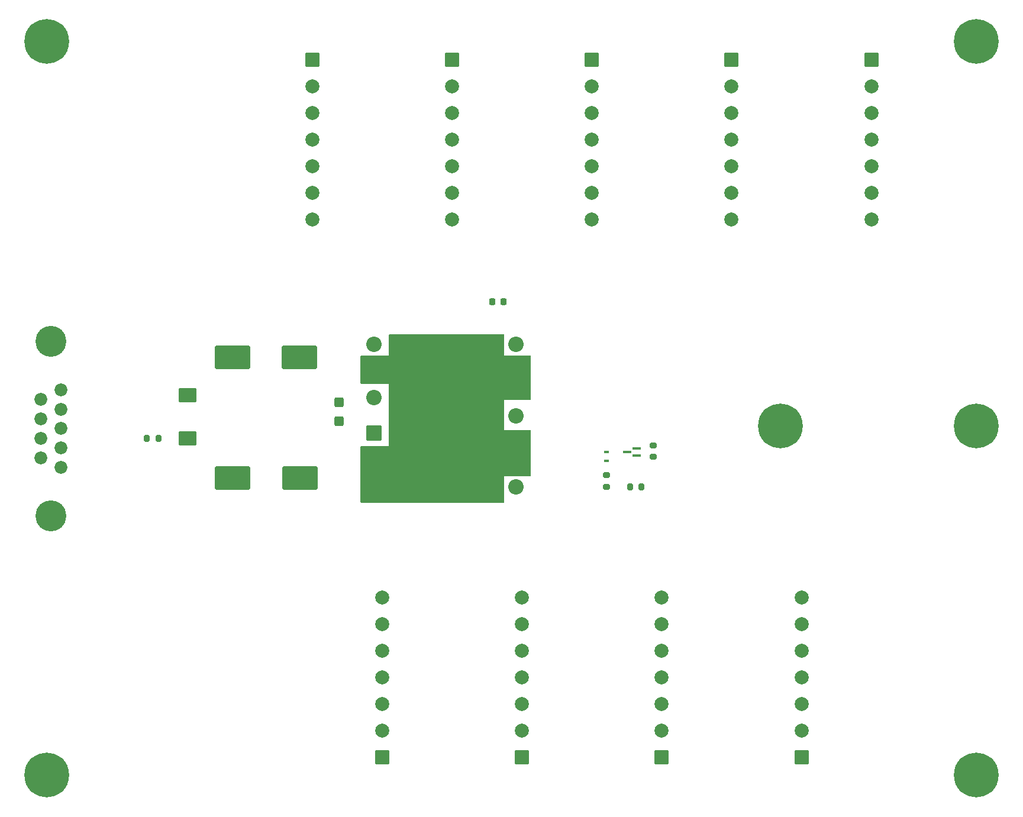
<source format=gbr>
%TF.GenerationSoftware,KiCad,Pcbnew,8.0.6*%
%TF.CreationDate,2024-12-10T16:09:11-05:00*%
%TF.ProjectId,Telem_PWR_Board,54656c65-6d5f-4505-9752-5f426f617264,rev?*%
%TF.SameCoordinates,Original*%
%TF.FileFunction,Soldermask,Top*%
%TF.FilePolarity,Negative*%
%FSLAX46Y46*%
G04 Gerber Fmt 4.6, Leading zero omitted, Abs format (unit mm)*
G04 Created by KiCad (PCBNEW 8.0.6) date 2024-12-10 16:09:11*
%MOMM*%
%LPD*%
G01*
G04 APERTURE LIST*
G04 Aperture macros list*
%AMRoundRect*
0 Rectangle with rounded corners*
0 $1 Rounding radius*
0 $2 $3 $4 $5 $6 $7 $8 $9 X,Y pos of 4 corners*
0 Add a 4 corners polygon primitive as box body*
4,1,4,$2,$3,$4,$5,$6,$7,$8,$9,$2,$3,0*
0 Add four circle primitives for the rounded corners*
1,1,$1+$1,$2,$3*
1,1,$1+$1,$4,$5*
1,1,$1+$1,$6,$7*
1,1,$1+$1,$8,$9*
0 Add four rect primitives between the rounded corners*
20,1,$1+$1,$2,$3,$4,$5,0*
20,1,$1+$1,$4,$5,$6,$7,0*
20,1,$1+$1,$6,$7,$8,$9,0*
20,1,$1+$1,$8,$9,$2,$3,0*%
G04 Aperture macros list end*
%ADD10RoundRect,0.250000X1.025000X-0.787500X1.025000X0.787500X-1.025000X0.787500X-1.025000X-0.787500X0*%
%ADD11C,6.400000*%
%ADD12RoundRect,0.250000X0.425000X-0.450000X0.425000X0.450000X-0.425000X0.450000X-0.425000X-0.450000X0*%
%ADD13RoundRect,0.102000X0.900000X-0.900000X0.900000X0.900000X-0.900000X0.900000X-0.900000X-0.900000X0*%
%ADD14C,2.004000*%
%ADD15RoundRect,0.200000X-0.275000X0.200000X-0.275000X-0.200000X0.275000X-0.200000X0.275000X0.200000X0*%
%ADD16RoundRect,0.102000X-0.900000X0.900000X-0.900000X-0.900000X0.900000X-0.900000X0.900000X0.900000X0*%
%ADD17RoundRect,0.225000X0.225000X0.250000X-0.225000X0.250000X-0.225000X-0.250000X0.225000X-0.250000X0*%
%ADD18RoundRect,0.170000X2.330000X-1.530000X2.330000X1.530000X-2.330000X1.530000X-2.330000X-1.530000X0*%
%ADD19RoundRect,0.200000X-0.200000X-0.275000X0.200000X-0.275000X0.200000X0.275000X-0.200000X0.275000X0*%
%ADD20R,0.711200X0.444500*%
%ADD21RoundRect,0.102000X1.000000X-1.000000X1.000000X1.000000X-1.000000X1.000000X-1.000000X-1.000000X0*%
%ADD22C,2.204000*%
%ADD23R,1.161200X0.350800*%
%ADD24C,1.839000*%
%ADD25C,4.420000*%
G04 APERTURE END LIST*
D10*
%TO.C,C1*%
X255170000Y-196802500D03*
X255170000Y-190577500D03*
%TD*%
D11*
%TO.C,H6*%
X235000000Y-140000000D03*
%TD*%
D12*
%TO.C,C2*%
X276860221Y-194340657D03*
X276860221Y-191640657D03*
%TD*%
D13*
%TO.C,J7*%
X303000000Y-242400000D03*
D14*
X303000000Y-238590000D03*
X303000000Y-234780000D03*
X303000000Y-230970000D03*
X303000000Y-227160000D03*
X303000000Y-223350000D03*
X303000000Y-219540000D03*
%TD*%
D11*
%TO.C,H4*%
X340000000Y-195000000D03*
%TD*%
%TO.C,H5*%
X368000000Y-195000000D03*
%TD*%
D15*
%TO.C,R4*%
X315076825Y-202083175D03*
X315076825Y-203733175D03*
%TD*%
D13*
%TO.C,J8*%
X323000000Y-242400000D03*
D14*
X323000000Y-238590000D03*
X323000000Y-234780000D03*
X323000000Y-230970000D03*
X323000000Y-227160000D03*
X323000000Y-223350000D03*
X323000000Y-219540000D03*
%TD*%
D16*
%TO.C,J2*%
X293000000Y-142600000D03*
D14*
X293000000Y-146410000D03*
X293000000Y-150220000D03*
X293000000Y-154030000D03*
X293000000Y-157840000D03*
X293000000Y-161650000D03*
X293000000Y-165460000D03*
%TD*%
D17*
%TO.C,C7*%
X300325221Y-177203157D03*
X298775221Y-177203157D03*
%TD*%
D13*
%TO.C,J6*%
X283000000Y-242400000D03*
D14*
X283000000Y-238590000D03*
X283000000Y-234780000D03*
X283000000Y-230970000D03*
X283000000Y-227160000D03*
X283000000Y-223350000D03*
X283000000Y-219540000D03*
%TD*%
D11*
%TO.C,H2*%
X368000000Y-245000000D03*
%TD*%
D13*
%TO.C,J9*%
X343000000Y-242400000D03*
D14*
X343000000Y-238590000D03*
X343000000Y-234780000D03*
X343000000Y-230970000D03*
X343000000Y-227160000D03*
X343000000Y-223350000D03*
X343000000Y-219540000D03*
%TD*%
D11*
%TO.C,H1*%
X235000000Y-245000000D03*
%TD*%
D18*
%TO.C,L2*%
X261570000Y-185191000D03*
X271170000Y-185191000D03*
%TD*%
D16*
%TO.C,J4*%
X333000000Y-142600000D03*
D14*
X333000000Y-146410000D03*
X333000000Y-150220000D03*
X333000000Y-154030000D03*
X333000000Y-157840000D03*
X333000000Y-161650000D03*
X333000000Y-165460000D03*
%TD*%
D19*
%TO.C,R2*%
X318471825Y-203738175D03*
X320121825Y-203738175D03*
%TD*%
D20*
%TO.C,LED*%
X315066825Y-198769525D03*
X315066825Y-200026825D03*
%TD*%
D16*
%TO.C,J1*%
X273000000Y-142600000D03*
D14*
X273000000Y-146410000D03*
X273000000Y-150220000D03*
X273000000Y-154030000D03*
X273000000Y-157840000D03*
X273000000Y-161650000D03*
X273000000Y-165460000D03*
%TD*%
D21*
%TO.C,U1*%
X281837721Y-196043157D03*
D22*
X281837721Y-190943157D03*
X302137721Y-203743157D03*
X302137721Y-193543157D03*
X302137721Y-183343157D03*
X281837721Y-183343157D03*
%TD*%
D23*
%TO.C,M1*%
X319451825Y-199258174D03*
X319451825Y-198258176D03*
X318101825Y-198758175D03*
%TD*%
D19*
%TO.C,F1*%
X249335221Y-196793157D03*
X250985221Y-196793157D03*
%TD*%
D16*
%TO.C,J5*%
X353000000Y-142600000D03*
D14*
X353000000Y-146410000D03*
X353000000Y-150220000D03*
X353000000Y-154030000D03*
X353000000Y-157840000D03*
X353000000Y-161650000D03*
X353000000Y-165460000D03*
%TD*%
D16*
%TO.C,J3*%
X313000000Y-142600000D03*
D14*
X313000000Y-146410000D03*
X313000000Y-150220000D03*
X313000000Y-154030000D03*
X313000000Y-157840000D03*
X313000000Y-161650000D03*
X313000000Y-165460000D03*
%TD*%
D24*
%TO.C,P1*%
X237010000Y-200940000D03*
X237010000Y-198170000D03*
X237010000Y-195400000D03*
X237010000Y-192630000D03*
X237010000Y-189860000D03*
X234170000Y-199555000D03*
X234170000Y-196785000D03*
X234170000Y-194015000D03*
X234170000Y-191245000D03*
D25*
X235590000Y-182900000D03*
X235590000Y-207900000D03*
%TD*%
D18*
%TO.C,L1*%
X261630000Y-202461000D03*
X271230000Y-202461000D03*
%TD*%
D11*
%TO.C,H3*%
X368000000Y-140000000D03*
%TD*%
D15*
%TO.C,R3*%
X321796825Y-197773175D03*
X321796825Y-199423175D03*
%TD*%
G36*
X300425039Y-181883685D02*
G01*
X300470794Y-181936489D01*
X300482000Y-181988000D01*
X300482000Y-184912000D01*
X304168000Y-184912000D01*
X304235039Y-184931685D01*
X304280794Y-184984489D01*
X304292000Y-185036000D01*
X304292000Y-191138000D01*
X304272315Y-191205039D01*
X304219511Y-191250794D01*
X304168000Y-191262000D01*
X300482000Y-191262000D01*
X300482000Y-195580000D01*
X304168000Y-195580000D01*
X304235039Y-195599685D01*
X304280794Y-195652489D01*
X304292000Y-195704000D01*
X304292000Y-202060000D01*
X304272315Y-202127039D01*
X304219511Y-202172794D01*
X304168000Y-202184000D01*
X300482000Y-202184000D01*
X300482000Y-205870000D01*
X300462315Y-205937039D01*
X300409511Y-205982794D01*
X300358000Y-205994000D01*
X280032000Y-205994000D01*
X279964961Y-205974315D01*
X279919206Y-205921511D01*
X279908000Y-205870000D01*
X279908000Y-197990000D01*
X279927685Y-197922961D01*
X279980489Y-197877206D01*
X280032000Y-197866000D01*
X283972000Y-197866000D01*
X283972000Y-188976000D01*
X280032000Y-188976000D01*
X279964961Y-188956315D01*
X279919206Y-188903511D01*
X279908000Y-188852000D01*
X279908000Y-185036000D01*
X279927685Y-184968961D01*
X279980489Y-184923206D01*
X280032000Y-184912000D01*
X283972000Y-184912000D01*
X283972000Y-181988000D01*
X283991685Y-181920961D01*
X284044489Y-181875206D01*
X284096000Y-181864000D01*
X300358000Y-181864000D01*
X300425039Y-181883685D01*
G37*
M02*

</source>
